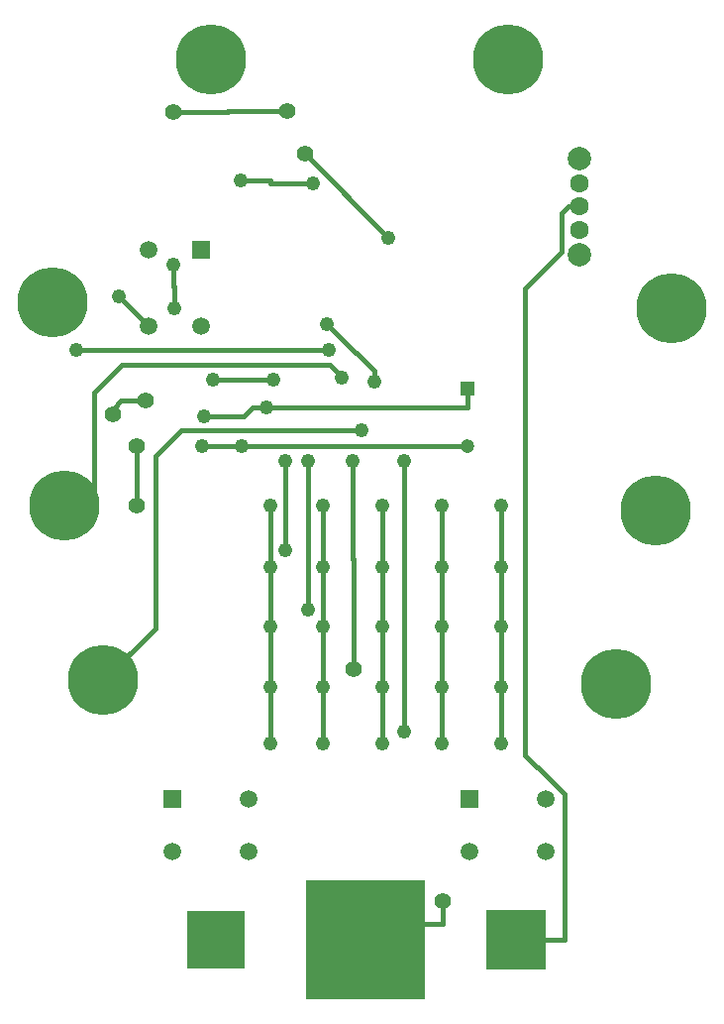
<source format=gbr>
%FSLAX23Y23*%
%MOIN*%
G04 EasyPC Gerber Version 17.0 Build 3379 *
%ADD134R,0.04700X0.04700*%
%ADD123R,0.05900X0.05900*%
%ADD13C,0.01500*%
%ADD135C,0.04700*%
%ADD71C,0.04800*%
%ADD143C,0.05000*%
%ADD138C,0.05600*%
%ADD124C,0.05900*%
%ADD132C,0.06299*%
%ADD133C,0.07874*%
%ADD136C,0.23622*%
%ADD142R,0.19685X0.19685*%
%ADD141R,0.20000X0.20000*%
%ADD140R,0.40000X0.40000*%
X0Y0D02*
D02*
D13*
X458Y2135D02*
X459D01*
Y2156*
X485Y2183*
X568*
X538Y1828D02*
Y2028D01*
X578Y2433D02*
X477Y2533D01*
X663Y2493D02*
Y2565D01*
X661*
Y2637*
X764Y2128D02*
X898D01*
X928Y2158*
X972*
X793Y2253D02*
X887D01*
Y2253*
X997*
X890Y2028D02*
X829D01*
Y2027*
X756*
X890Y2028D02*
X961D01*
Y2028*
X1649*
X972Y2158D02*
X1649D01*
Y2220*
X987Y1828D02*
Y1653D01*
X988*
Y1623*
Y1028D02*
Y1218D01*
Y1423D02*
Y1218D01*
Y1623D02*
Y1423D01*
X1038Y1978D02*
Y1678D01*
X1045Y3154D02*
X845D01*
Y3151*
X659*
X1113Y1978D02*
Y1478D01*
X1129Y2910D02*
X987D01*
Y2920*
X886*
X1163Y1218D02*
Y1028D01*
Y1423D02*
Y1218D01*
Y1623D02*
Y1423D01*
Y1828D02*
Y1623D01*
X1178Y2438D02*
X1273Y2342D01*
X1278*
X1338Y2283*
Y2244*
X1338*
X1184Y2350D02*
X724D01*
Y2353*
X333*
X1227Y2259D02*
Y2261D01*
X1186Y2303*
X488*
X393Y2208*
Y1828*
X293*
X1263Y1978D02*
Y1648D01*
X1268*
Y1278*
X1293Y2082D02*
X686D01*
X600Y1995*
Y1415*
X425Y1240*
X1308Y423D02*
X1568D01*
Y498*
X1568*
X1363Y1218D02*
Y1028D01*
Y1423D02*
Y1218D01*
Y1623D02*
Y1423D01*
Y1828D02*
Y1623D01*
X1385Y2729D02*
X1103Y3013D01*
X1438Y1978D02*
Y1069D01*
X1563Y1218D02*
Y1028D01*
Y1423D02*
Y1218D01*
Y1623D02*
Y1423D01*
Y1828D02*
Y1623D01*
X1763Y1218D02*
Y1028D01*
Y1423D02*
Y1218D01*
Y1623D02*
Y1423D01*
Y1828D02*
Y1623D01*
X2028Y2834D02*
Y2834D01*
X1990*
X1968Y2812*
Y2683*
X1843Y2558*
X1843Y1221*
X1843*
Y988*
X1883Y947*
X1888*
X1978Y857*
Y367*
X1813*
D02*
D71*
X333Y2353D03*
X477Y2533D03*
X661Y2637D03*
X663Y2493D03*
X756Y2027D03*
X764Y2128D03*
X793Y2253D03*
X886Y2920D03*
X890Y2028D03*
X972Y2158D03*
X987Y1828D03*
X988Y1028D03*
Y1218D03*
Y1423D03*
Y1623D03*
X997Y2253D03*
X1038Y1678D03*
Y1978D03*
X1113Y1478D03*
Y1978D03*
X1129Y2910D03*
X1163Y1028D03*
Y1218D03*
Y1423D03*
Y1623D03*
Y1828D03*
X1178Y2438D03*
X1184Y2350D03*
X1227Y2259D03*
X1263Y1978D03*
X1293Y2082D03*
X1338Y2244D03*
X1363Y1028D03*
Y1218D03*
Y1423D03*
Y1623D03*
Y1828D03*
X1385Y2729D03*
X1438Y1069D03*
Y1978D03*
X1563Y1028D03*
Y1218D03*
Y1423D03*
Y1623D03*
Y1828D03*
X1763Y1028D03*
Y1218D03*
Y1423D03*
Y1623D03*
Y1828D03*
D02*
D123*
X656Y842D03*
X755Y2688D03*
X1657Y842D03*
D02*
D124*
X578Y2433D03*
Y2688D03*
X656Y665D03*
X755Y2433D03*
X913Y665D03*
Y842D03*
X1657Y665D03*
X1913D03*
Y842D03*
D02*
D132*
X2028Y2755D03*
Y2834D03*
Y2913D03*
D02*
D133*
Y2672D03*
Y2995D03*
D02*
D134*
X1649Y2220D03*
D02*
D135*
Y2028D03*
D02*
D136*
X253Y2513D03*
X293Y1828D03*
X425Y1240D03*
X788Y3328D03*
X1788D03*
X2150Y1228D03*
X2283Y1813D03*
X2338Y2492D03*
D02*
D138*
X458Y2135D03*
X538Y1828D03*
Y2028D03*
X568Y2183D03*
X659Y3151D03*
X1045Y3154D03*
X1103Y3013D03*
X1268Y1278D03*
X1568Y498D03*
D02*
D140*
X1308Y367D03*
D02*
D141*
X1813D03*
D02*
D142*
X803D03*
D02*
D143*
X1308D02*
Y423D01*
X0Y0D02*
M02*

</source>
